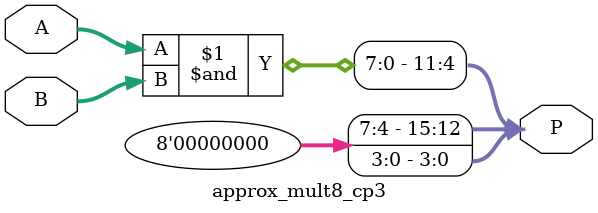
<source format=v>
module approx_mult8_cp3 (
    input  [7:0] A,
    input  [7:0] B,
    output [15:0] P
);
    // CP3 approximation: simplified by truncating lower bits
    assign P = {4'b0, (A & B), 4'b0};
endmodule

</source>
